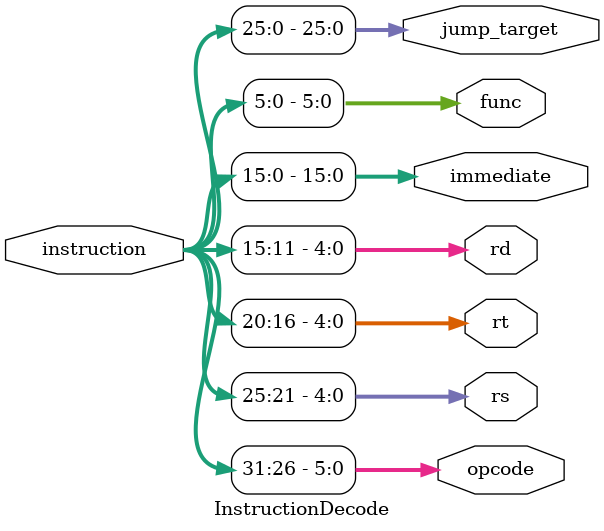
<source format=v>
module InstructionDecode (
    input [31:0] instruction,  // Instruction from IF stage
    output [5:0] opcode,       // Operation code
    output [4:0] rs, rt, rd,   // Register addresses
    output [15:0] immediate,   // Immediate value
    output [5:0] func,         // Function code
    output [25:0] jump_target  // Target address for jumps
);
    assign opcode = instruction[31:26];
    assign rs = instruction[25:21];
    assign rt = instruction[20:16];
    assign rd = instruction[15:11];
    assign immediate = instruction[15:0];
    assign func = instruction[5:0];
    assign jump_target = instruction[25:0];
endmodule

</source>
